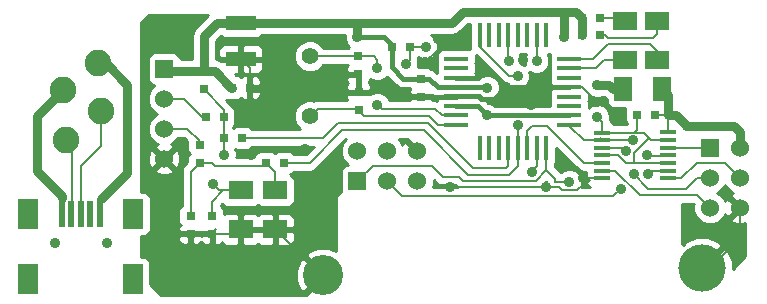
<source format=gtl>
G04 (created by PCBNEW-RS274X (2011-11-27 BZR 3249)-stable) date 26/12/2011 7:02:06 p.m.*
G01*
G70*
G90*
%MOIN*%
G04 Gerber Fmt 3.4, Leading zero omitted, Abs format*
%FSLAX34Y34*%
G04 APERTURE LIST*
%ADD10C,0.006000*%
%ADD11C,0.157500*%
%ADD12C,0.133900*%
%ADD13C,0.088600*%
%ADD14C,0.056000*%
%ADD15R,0.060000X0.060000*%
%ADD16C,0.060000*%
%ADD17C,0.035400*%
%ADD18R,0.065600X0.098400*%
%ADD19R,0.019700X0.090600*%
%ADD20R,0.031500X0.025000*%
%ADD21R,0.080000X0.060000*%
%ADD22R,0.060000X0.080000*%
%ADD23R,0.100000X0.050000*%
%ADD24R,0.055000X0.017000*%
%ADD25R,0.078700X0.017700*%
%ADD26R,0.017700X0.078700*%
%ADD27R,0.025000X0.031500*%
%ADD28C,0.035000*%
%ADD29C,0.008000*%
%ADD30C,0.030000*%
%ADD31C,0.015700*%
%ADD32C,0.010000*%
G04 APERTURE END LIST*
G54D10*
G54D11*
X23478Y-08982D03*
G54D12*
X10828Y-09232D03*
G54D13*
X02166Y-03053D03*
G54D14*
X10398Y-03932D03*
X10398Y-01932D03*
G54D15*
X11978Y-06092D03*
G54D16*
X11978Y-05092D03*
X12978Y-06092D03*
X12978Y-05092D03*
X13978Y-06092D03*
X13978Y-05092D03*
G54D15*
X05538Y-02352D03*
G54D16*
X05538Y-03352D03*
X05538Y-04352D03*
X05538Y-05352D03*
G54D17*
X03622Y-08169D03*
X01890Y-08169D03*
G54D18*
X04488Y-09350D03*
X01004Y-09350D03*
X04508Y-07185D03*
X01004Y-07185D03*
G54D19*
X02756Y-07185D03*
X02441Y-07185D03*
X02126Y-07185D03*
X03071Y-07185D03*
X03386Y-07185D03*
G54D13*
X02264Y-04726D03*
X03445Y-03742D03*
X03347Y-02167D03*
G54D20*
X06418Y-07842D03*
X06418Y-07242D03*
X07138Y-07842D03*
X07138Y-07242D03*
G54D21*
X08088Y-07702D03*
X08088Y-06402D03*
X09238Y-07702D03*
X09238Y-06402D03*
G54D22*
X20838Y-03022D03*
X22138Y-03022D03*
G54D21*
X21968Y-00752D03*
X21968Y-02052D03*
X20908Y-00752D03*
X20908Y-02052D03*
G54D15*
X23728Y-04982D03*
G54D16*
X24728Y-04982D03*
X23728Y-05982D03*
X24728Y-05982D03*
X23728Y-06982D03*
X24728Y-06982D03*
G54D23*
X08098Y-00822D03*
X08098Y-02022D03*
G54D24*
X20128Y-04472D03*
X20128Y-04722D03*
X20128Y-04982D03*
X20128Y-05232D03*
X20128Y-05492D03*
X20128Y-05747D03*
X20128Y-06002D03*
X22328Y-06002D03*
X22328Y-05747D03*
X22328Y-05492D03*
X22328Y-05232D03*
X22328Y-04977D03*
X22328Y-04722D03*
X22328Y-04467D03*
G54D25*
X15282Y-04215D03*
X15282Y-03900D03*
X15282Y-03585D03*
X15282Y-03270D03*
X15282Y-02955D03*
X15282Y-02640D03*
X15282Y-02325D03*
X15282Y-02010D03*
X19048Y-02012D03*
X19048Y-04222D03*
X19048Y-03902D03*
X19048Y-03582D03*
X19048Y-03272D03*
X19048Y-02952D03*
X19048Y-02642D03*
X19048Y-02322D03*
G54D26*
X16066Y-01222D03*
X16380Y-01222D03*
X16696Y-01222D03*
X17010Y-01222D03*
X17326Y-01222D03*
X17640Y-01222D03*
X17956Y-01222D03*
X18270Y-01222D03*
X16068Y-05002D03*
X16378Y-05002D03*
X16698Y-05002D03*
X17008Y-05002D03*
X17318Y-05002D03*
X17638Y-05002D03*
X17958Y-05002D03*
X18278Y-05002D03*
G54D27*
X20078Y-00642D03*
X19478Y-00642D03*
X20078Y-01212D03*
X19478Y-01212D03*
G54D20*
X06718Y-05472D03*
X06718Y-04872D03*
G54D27*
X07538Y-03952D03*
X06938Y-03952D03*
X09518Y-05482D03*
X08918Y-05482D03*
X08138Y-04652D03*
X07538Y-04652D03*
G54D20*
X12018Y-03722D03*
X12018Y-03122D03*
G54D27*
X07798Y-02972D03*
X08398Y-02972D03*
G54D20*
X06858Y-02432D03*
X06858Y-03032D03*
X12008Y-01932D03*
X12008Y-02532D03*
G54D27*
X13118Y-01622D03*
X13718Y-01622D03*
X21288Y-03872D03*
X21888Y-03872D03*
G54D20*
X14098Y-02672D03*
X14098Y-03272D03*
G54D28*
X16308Y-03902D03*
X16308Y-02972D03*
X11978Y-01302D03*
X19976Y-02898D03*
X18878Y-01282D03*
X19978Y-03962D03*
X17958Y-02082D03*
X17318Y-02592D03*
X17328Y-04232D03*
X21638Y-05232D03*
X19048Y-06112D03*
X17788Y-05772D03*
X21668Y-05842D03*
X13588Y-02172D03*
X17018Y-02082D03*
X14268Y-01612D03*
X21178Y-04732D03*
X20758Y-06342D03*
X06558Y-00792D03*
X09788Y-09532D03*
X05528Y-08862D03*
X15078Y-06282D03*
X08088Y-09552D03*
X19488Y-06002D03*
X05518Y-07472D03*
X08088Y-03712D03*
X17758Y-03542D03*
X14248Y-02132D03*
X18258Y-06292D03*
X13528Y-03262D03*
X05658Y-00812D03*
X19978Y-03452D03*
X16928Y-02952D03*
X06178Y-09542D03*
X15598Y-01362D03*
X08088Y-08462D03*
X05408Y-01582D03*
X10937Y-07264D03*
X14658Y-01362D03*
X08425Y-05221D03*
X17488Y-02062D03*
X10236Y-05032D03*
X12638Y-02323D03*
X12638Y-03543D03*
X21188Y-05862D03*
X20928Y-05092D03*
X07528Y-05212D03*
X07168Y-06202D03*
G54D29*
X20928Y-00792D02*
X20928Y-00992D01*
X07113Y-07252D02*
X07238Y-07252D01*
X19478Y-01172D02*
X19478Y-01282D01*
X19478Y-01172D02*
X19478Y-01262D01*
X20898Y-02322D02*
X20928Y-02292D01*
G54D30*
X15118Y-00822D02*
X15498Y-00442D01*
X15498Y-00442D02*
X18868Y-00442D01*
X18868Y-01272D02*
X18878Y-01282D01*
X19278Y-00442D02*
X19478Y-00642D01*
X07238Y-02432D02*
X06858Y-02432D01*
X07798Y-02972D02*
X07778Y-02972D01*
X07778Y-02972D02*
X07238Y-02432D01*
X19478Y-01212D02*
X19478Y-00942D01*
G54D31*
X14098Y-02672D02*
X13486Y-02672D01*
X13486Y-02672D02*
X13118Y-02304D01*
X13118Y-02304D02*
X13118Y-01622D01*
X16291Y-02955D02*
X16308Y-02972D01*
X15282Y-02955D02*
X16291Y-02955D01*
G54D30*
X18868Y-00442D02*
X18868Y-01272D01*
X02126Y-06654D02*
X02126Y-06575D01*
X01299Y-03920D02*
X02166Y-03053D01*
X01299Y-05748D02*
X01299Y-03920D01*
X02126Y-06575D02*
X01299Y-05748D01*
X06858Y-02432D02*
X06858Y-01262D01*
X07298Y-00822D02*
X08098Y-00822D01*
X06858Y-01262D02*
X07298Y-00822D01*
G54D31*
X14368Y-02672D02*
X14651Y-02955D01*
G54D30*
X11978Y-00822D02*
X15118Y-00822D01*
X19976Y-02898D02*
X20362Y-02898D01*
X20362Y-02898D02*
X20486Y-03022D01*
G54D31*
X13118Y-01543D02*
X12877Y-01302D01*
X12877Y-01302D02*
X11978Y-01302D01*
X13118Y-01622D02*
X13118Y-01543D01*
G54D30*
X18868Y-00442D02*
X19278Y-00442D01*
G54D31*
X14098Y-02672D02*
X14368Y-02672D01*
X14651Y-02955D02*
X15282Y-02955D01*
G54D30*
X20486Y-03022D02*
X20838Y-03022D01*
X06858Y-02432D02*
X05618Y-02432D01*
X05618Y-02432D02*
X05538Y-02352D01*
G54D31*
X15991Y-03585D02*
X16308Y-03902D01*
X15282Y-03585D02*
X15991Y-03585D01*
G54D30*
X11978Y-00822D02*
X11978Y-01302D01*
X19478Y-00942D02*
X19478Y-00642D01*
G54D31*
X16308Y-03902D02*
X19048Y-03902D01*
G54D30*
X08098Y-00822D02*
X11978Y-00822D01*
G54D29*
X20888Y-04472D02*
X21216Y-04472D01*
X21216Y-04472D02*
X21528Y-04472D01*
X20718Y-04472D02*
X20888Y-04472D01*
X20128Y-04472D02*
X20718Y-04472D01*
X20928Y-05492D02*
X21208Y-05492D01*
X20128Y-05232D02*
X20668Y-05232D01*
X17958Y-02082D02*
X17956Y-02080D01*
X17956Y-02080D02*
X17956Y-01222D01*
X21208Y-05492D02*
X22328Y-05492D01*
X20128Y-04472D02*
X20128Y-04112D01*
X20128Y-04112D02*
X19978Y-03962D01*
X21208Y-05492D02*
X21208Y-05152D01*
X21708Y-04652D02*
X21778Y-04722D01*
X20668Y-05232D02*
X20928Y-05492D01*
X21208Y-05152D02*
X21708Y-04652D01*
X21288Y-03872D02*
X21288Y-04400D01*
X21778Y-04722D02*
X22328Y-04722D01*
X21528Y-04472D02*
X21708Y-04652D01*
X21288Y-04400D02*
X21216Y-04472D01*
X09518Y-05482D02*
X10398Y-05482D01*
X16066Y-01620D02*
X17038Y-02592D01*
X11478Y-04402D02*
X10398Y-05482D01*
X14198Y-04402D02*
X15668Y-05872D01*
X14198Y-04402D02*
X11478Y-04402D01*
X17318Y-05602D02*
X17318Y-05002D01*
X17328Y-04232D02*
X17318Y-04242D01*
X17318Y-04242D02*
X17318Y-05002D01*
X16066Y-01222D02*
X16066Y-01620D01*
X17038Y-02592D02*
X17318Y-02592D01*
X17048Y-05872D02*
X17318Y-05602D01*
X15668Y-05872D02*
X17048Y-05872D01*
X11338Y-04152D02*
X10838Y-04652D01*
X15828Y-05662D02*
X14318Y-04152D01*
X16928Y-05662D02*
X17008Y-05582D01*
X15828Y-05662D02*
X16928Y-05662D01*
X14318Y-04152D02*
X11338Y-04152D01*
X17008Y-05582D02*
X17008Y-05002D01*
X08138Y-04652D02*
X10838Y-04652D01*
X21738Y-05242D02*
X22318Y-05242D01*
X15508Y-06082D02*
X17918Y-06082D01*
X14818Y-05942D02*
X14458Y-05582D01*
X18278Y-05722D02*
X18278Y-05002D01*
X18578Y-06032D02*
X18278Y-05732D01*
X14458Y-05582D02*
X12488Y-05582D01*
X21638Y-05232D02*
X21738Y-05242D01*
X17918Y-06082D02*
X18278Y-05722D01*
X14818Y-05942D02*
X15368Y-05942D01*
X15368Y-05942D02*
X15508Y-06082D01*
X18578Y-06112D02*
X18578Y-06032D01*
X22328Y-05232D02*
X22318Y-05242D01*
X18278Y-05732D02*
X18278Y-05722D01*
X18578Y-06112D02*
X19048Y-06112D01*
X11978Y-06092D02*
X12488Y-05582D01*
X21763Y-05747D02*
X21668Y-05842D01*
X22328Y-05747D02*
X21763Y-05747D01*
X17958Y-05602D02*
X17958Y-05002D01*
X17788Y-05772D02*
X17958Y-05602D01*
X14258Y-01622D02*
X13718Y-01622D01*
X13718Y-02042D02*
X13718Y-01622D01*
X14258Y-01622D02*
X14268Y-01612D01*
X17010Y-01222D02*
X17010Y-02074D01*
X13588Y-02172D02*
X13718Y-02042D01*
X17018Y-02082D02*
X17010Y-02074D01*
X18298Y-04252D02*
X19538Y-05492D01*
X17638Y-05002D02*
X17638Y-04412D01*
X17638Y-04412D02*
X17798Y-04252D01*
X19538Y-05492D02*
X20128Y-05492D01*
X17798Y-04252D02*
X18298Y-04252D01*
X20508Y-06592D02*
X20758Y-06342D01*
X12978Y-06092D02*
X13478Y-06592D01*
X20508Y-06592D02*
X13478Y-06592D01*
X19048Y-04222D02*
X19048Y-04252D01*
X21168Y-04722D02*
X20128Y-04722D01*
X20077Y-04671D02*
X20128Y-04722D01*
X21168Y-04722D02*
X21178Y-04732D01*
X19048Y-04252D02*
X19518Y-04722D01*
X19518Y-04722D02*
X20128Y-04722D01*
X07948Y-07842D02*
X08088Y-07702D01*
X13528Y-03272D02*
X13068Y-03272D01*
X08088Y-07702D02*
X08088Y-08462D01*
X06418Y-07842D02*
X05908Y-07842D01*
G54D30*
X04291Y-05827D02*
X03425Y-06693D01*
G54D29*
X08088Y-07702D02*
X09238Y-07702D01*
X09428Y-07702D02*
X09238Y-07702D01*
X19478Y-02952D02*
X19048Y-02952D01*
X18688Y-06292D02*
X18798Y-06402D01*
X19308Y-06402D02*
X19488Y-06222D01*
X10768Y-09232D02*
X09238Y-07702D01*
X12018Y-03122D02*
X08548Y-03122D01*
G54D30*
X03584Y-02167D02*
X04291Y-02874D01*
G54D29*
X13068Y-03272D02*
X12918Y-03122D01*
X14098Y-03272D02*
X13528Y-03272D01*
G54D31*
X14448Y-03272D02*
X15280Y-03272D01*
X14098Y-03272D02*
X14448Y-03272D01*
X15280Y-03272D02*
X15282Y-03270D01*
X19048Y-02952D02*
X16928Y-02952D01*
G54D29*
X06178Y-09542D02*
X05528Y-08892D01*
X23478Y-08982D02*
X23718Y-08982D01*
X08108Y-09532D02*
X09788Y-09532D01*
X08088Y-07702D02*
X07938Y-07852D01*
X08088Y-03712D02*
X08338Y-03462D01*
X08338Y-03462D02*
X08338Y-03032D01*
X19488Y-06222D02*
X19488Y-06002D01*
X07138Y-07842D02*
X07948Y-07842D01*
X05518Y-07472D02*
X05488Y-07442D01*
X14658Y-01722D02*
X14658Y-01362D01*
X06418Y-07842D02*
X07138Y-07842D01*
X12918Y-03122D02*
X12018Y-03122D01*
X11998Y-02542D02*
X12008Y-02532D01*
X05488Y-07442D02*
X05488Y-07422D01*
X08088Y-09552D02*
X08108Y-09532D01*
X14248Y-02132D02*
X14658Y-01722D01*
X05408Y-01582D02*
X05658Y-01332D01*
X19488Y-06002D02*
X20128Y-06002D01*
X10828Y-09232D02*
X10768Y-09232D01*
X05908Y-07842D02*
X05538Y-07472D01*
X12018Y-03122D02*
X12018Y-02542D01*
G54D31*
X15282Y-02640D02*
X15984Y-02640D01*
G54D29*
X16918Y-02962D02*
X16918Y-02942D01*
X16928Y-02952D02*
X16918Y-02942D01*
G54D31*
X16026Y-03270D02*
X16102Y-03346D01*
X16102Y-03346D02*
X16534Y-03346D01*
X16534Y-03346D02*
X16928Y-02952D01*
X15282Y-03270D02*
X16026Y-03270D01*
X15984Y-02640D02*
X16104Y-02520D01*
X16104Y-02520D02*
X16496Y-02520D01*
X16496Y-02520D02*
X16928Y-02952D01*
G54D29*
X08398Y-02322D02*
X08098Y-02022D01*
G54D30*
X03347Y-02167D02*
X03584Y-02167D01*
G54D29*
X18798Y-06402D02*
X19308Y-06402D01*
X10499Y-07702D02*
X10937Y-07264D01*
X19478Y-02952D02*
X19978Y-03452D01*
X05658Y-01332D02*
X05658Y-00812D01*
X18258Y-06292D02*
X15088Y-06292D01*
X07138Y-07842D02*
X07278Y-07702D01*
X09238Y-07702D02*
X10499Y-07702D01*
X08338Y-03032D02*
X08398Y-02972D01*
X08693Y-04953D02*
X08425Y-05221D01*
X24728Y-07972D02*
X24728Y-06982D01*
X08398Y-02972D02*
X08398Y-02322D01*
X08548Y-03122D02*
X08398Y-02972D01*
G54D30*
X04291Y-02874D02*
X04291Y-05827D01*
G54D29*
X12018Y-02542D02*
X12008Y-02532D01*
X23718Y-08982D02*
X24728Y-07972D01*
X15088Y-06292D02*
X15078Y-06282D01*
X13528Y-03262D02*
X13528Y-03272D01*
X18258Y-06292D02*
X18238Y-06272D01*
X10157Y-04953D02*
X08693Y-04953D01*
X05528Y-08892D02*
X05528Y-08862D01*
X10236Y-05032D02*
X10157Y-04953D01*
X18258Y-06292D02*
X18688Y-06292D01*
X19828Y-02022D02*
X19058Y-02022D01*
X19058Y-02022D02*
X19048Y-02012D01*
X20338Y-01512D02*
X19828Y-02022D01*
X20338Y-01512D02*
X21728Y-01512D01*
X21728Y-01512D02*
X21968Y-01752D01*
X21968Y-02052D02*
X21968Y-01752D01*
X12028Y-01952D02*
X12008Y-01932D01*
X10398Y-01932D02*
X12008Y-01932D01*
X12522Y-01932D02*
X12008Y-01932D01*
X12638Y-02048D02*
X12638Y-02323D01*
X12522Y-01932D02*
X12638Y-02048D01*
X14578Y-03692D02*
X12787Y-03692D01*
X14786Y-03900D02*
X14578Y-03692D01*
X15282Y-03900D02*
X14786Y-03900D01*
X12787Y-03692D02*
X12638Y-03543D01*
X14358Y-03912D02*
X12208Y-03912D01*
X14661Y-04215D02*
X14358Y-03912D01*
X12208Y-03912D02*
X12018Y-03722D01*
X11968Y-03672D02*
X12018Y-03722D01*
X15282Y-04215D02*
X14661Y-04215D01*
X10398Y-03932D02*
X10658Y-03672D01*
X10658Y-03672D02*
X11968Y-03672D01*
X06188Y-03352D02*
X05538Y-03352D01*
X06788Y-03952D02*
X06188Y-03352D01*
X06938Y-03952D02*
X06788Y-03952D01*
X02461Y-04923D02*
X02264Y-04726D01*
X02461Y-07089D02*
X02461Y-04923D01*
X02776Y-07089D02*
X02776Y-05592D01*
X03445Y-04923D02*
X03445Y-03742D01*
X02776Y-05592D02*
X03445Y-04923D01*
X06718Y-04762D02*
X06308Y-04352D01*
X06308Y-04352D02*
X05538Y-04352D01*
X06718Y-04872D02*
X06718Y-04762D01*
X21388Y-06562D02*
X20573Y-05747D01*
X23728Y-06982D02*
X23308Y-06562D01*
X23308Y-06562D02*
X21388Y-06562D01*
X20573Y-05747D02*
X20128Y-05747D01*
X22328Y-06002D02*
X22768Y-06002D01*
X24228Y-05482D02*
X24728Y-05982D01*
X22768Y-06002D02*
X23288Y-05482D01*
X23288Y-05482D02*
X24228Y-05482D01*
X23723Y-04977D02*
X23728Y-04982D01*
X22328Y-04977D02*
X23723Y-04977D01*
X20818Y-04982D02*
X20128Y-04982D01*
X22938Y-06352D02*
X21678Y-06352D01*
X23308Y-05982D02*
X22938Y-06352D01*
X21678Y-06352D02*
X21188Y-05862D01*
X23728Y-05982D02*
X23308Y-05982D01*
X20818Y-04982D02*
X20928Y-05092D01*
X06418Y-05772D02*
X06718Y-05472D01*
X06418Y-07242D02*
X06418Y-05772D01*
X09238Y-05802D02*
X08918Y-05482D01*
X09238Y-06402D02*
X09238Y-05802D01*
X07128Y-05472D02*
X07248Y-05592D01*
X06718Y-05472D02*
X07128Y-05472D01*
X07248Y-05592D02*
X08808Y-05592D01*
X08808Y-05592D02*
X08918Y-05482D01*
X07538Y-04652D02*
X07538Y-05202D01*
X07538Y-05202D02*
X07528Y-05212D01*
X07138Y-07242D02*
X07138Y-06772D01*
X07508Y-06402D02*
X08088Y-06402D01*
X07138Y-06772D02*
X07508Y-06402D01*
X07538Y-03952D02*
X07538Y-03712D01*
X07538Y-03712D02*
X06858Y-03032D01*
X07368Y-06402D02*
X08088Y-06402D01*
X07168Y-06202D02*
X07368Y-06402D01*
X07538Y-04652D02*
X07538Y-03952D01*
X20248Y-01212D02*
X20348Y-01312D01*
X20348Y-01312D02*
X21838Y-01312D01*
X21838Y-01312D02*
X21968Y-01182D01*
X21968Y-01182D02*
X21968Y-00752D01*
X20078Y-01212D02*
X20248Y-01212D01*
X20798Y-00642D02*
X20908Y-00752D01*
X20078Y-00642D02*
X20798Y-00642D01*
X19048Y-02322D02*
X19938Y-02322D01*
X20208Y-02052D02*
X20908Y-02052D01*
X19938Y-02322D02*
X20208Y-02052D01*
G54D30*
X22338Y-03872D02*
X22338Y-03222D01*
X22338Y-03222D02*
X22138Y-03022D01*
G54D29*
X21888Y-03872D02*
X22338Y-03872D01*
X22338Y-03872D02*
X22328Y-03882D01*
X22328Y-03882D02*
X22338Y-03872D01*
G54D30*
X24528Y-04242D02*
X24728Y-04442D01*
X24728Y-04442D02*
X24728Y-04982D01*
X22938Y-04242D02*
X24528Y-04242D01*
G54D29*
X22928Y-04242D02*
X22938Y-04242D01*
G54D30*
X22938Y-04212D02*
X22598Y-03872D01*
X22598Y-03872D02*
X22338Y-03872D01*
X22938Y-04242D02*
X22938Y-04212D01*
G54D29*
X22328Y-03882D02*
X22338Y-03872D01*
X22328Y-04467D02*
X22328Y-03882D01*
G54D10*
G36*
X10528Y-04942D02*
X10278Y-05192D01*
X09857Y-05192D01*
X09854Y-05184D01*
X09784Y-05114D01*
X09693Y-05076D01*
X09594Y-05076D01*
X09344Y-05076D01*
X09252Y-05114D01*
X09218Y-05148D01*
X09184Y-05114D01*
X09093Y-05076D01*
X08994Y-05076D01*
X08744Y-05076D01*
X08652Y-05114D01*
X08582Y-05184D01*
X08544Y-05275D01*
X08544Y-05302D01*
X07950Y-05302D01*
X07953Y-05297D01*
X07953Y-05128D01*
X07916Y-05038D01*
X07963Y-05058D01*
X08062Y-05058D01*
X08312Y-05058D01*
X08404Y-05020D01*
X08474Y-04950D01*
X08477Y-04942D01*
X10528Y-04942D01*
X10528Y-04942D01*
G37*
G54D32*
X10528Y-04942D02*
X10278Y-05192D01*
X09857Y-05192D01*
X09854Y-05184D01*
X09784Y-05114D01*
X09693Y-05076D01*
X09594Y-05076D01*
X09344Y-05076D01*
X09252Y-05114D01*
X09218Y-05148D01*
X09184Y-05114D01*
X09093Y-05076D01*
X08994Y-05076D01*
X08744Y-05076D01*
X08652Y-05114D01*
X08582Y-05184D01*
X08544Y-05275D01*
X08544Y-05302D01*
X07950Y-05302D01*
X07953Y-05297D01*
X07953Y-05128D01*
X07916Y-05038D01*
X07963Y-05058D01*
X08062Y-05058D01*
X08312Y-05058D01*
X08404Y-05020D01*
X08474Y-04950D01*
X08477Y-04942D01*
X10528Y-04942D01*
G54D10*
G36*
X11653Y-05543D02*
X11629Y-05543D01*
X11537Y-05581D01*
X11467Y-05651D01*
X11429Y-05742D01*
X11429Y-05841D01*
X11429Y-06441D01*
X11436Y-06459D01*
X11348Y-06518D01*
X11278Y-06624D01*
X11253Y-06748D01*
X11253Y-08431D01*
X10993Y-08328D01*
X10635Y-08333D01*
X10329Y-08461D01*
X10259Y-08592D01*
X10793Y-09126D01*
X10828Y-09161D01*
X10899Y-09232D01*
X10828Y-09303D01*
X10793Y-09338D01*
X10757Y-09374D01*
X10757Y-09232D01*
X10188Y-08663D01*
X10057Y-08733D01*
X09924Y-09067D01*
X09929Y-09425D01*
X10057Y-09731D01*
X10188Y-09801D01*
X10757Y-09232D01*
X10757Y-09374D01*
X10259Y-09872D01*
X10272Y-09897D01*
X09888Y-09897D01*
X09888Y-07814D01*
X09888Y-07590D01*
X09887Y-07353D01*
X09849Y-07261D01*
X09779Y-07191D01*
X09688Y-07153D01*
X09589Y-07153D01*
X09350Y-07152D01*
X09288Y-07214D01*
X09288Y-07652D01*
X09826Y-07652D01*
X09888Y-07590D01*
X09888Y-07814D01*
X09826Y-07752D01*
X09288Y-07752D01*
X09288Y-08190D01*
X09350Y-08252D01*
X09589Y-08251D01*
X09688Y-08251D01*
X09779Y-08213D01*
X09849Y-08143D01*
X09887Y-08051D01*
X09888Y-07814D01*
X09888Y-09897D01*
X09188Y-09897D01*
X09188Y-08190D01*
X09188Y-07752D01*
X09188Y-07652D01*
X09188Y-07214D01*
X09126Y-07152D01*
X08887Y-07153D01*
X08788Y-07153D01*
X08697Y-07191D01*
X08663Y-07225D01*
X08629Y-07191D01*
X08538Y-07153D01*
X08439Y-07153D01*
X08200Y-07152D01*
X08138Y-07214D01*
X08138Y-07652D01*
X08650Y-07652D01*
X08676Y-07652D01*
X09188Y-07652D01*
X09188Y-07752D01*
X08676Y-07752D01*
X08650Y-07752D01*
X08138Y-07752D01*
X08138Y-08190D01*
X08200Y-08252D01*
X08439Y-08251D01*
X08538Y-08251D01*
X08629Y-08213D01*
X08663Y-08179D01*
X08697Y-08213D01*
X08788Y-08251D01*
X08887Y-08251D01*
X09126Y-08252D01*
X09188Y-08190D01*
X09188Y-09897D01*
X07088Y-09897D01*
X07088Y-08155D01*
X07088Y-07892D01*
X06793Y-07892D01*
X06778Y-07907D01*
X06763Y-07892D01*
X06468Y-07892D01*
X06468Y-08155D01*
X06529Y-08216D01*
X06625Y-08216D01*
X06716Y-08178D01*
X06778Y-08116D01*
X06840Y-08178D01*
X06931Y-08216D01*
X07027Y-08216D01*
X07088Y-08155D01*
X07088Y-09897D01*
X06368Y-09897D01*
X06368Y-08155D01*
X06368Y-07892D01*
X06073Y-07892D01*
X06011Y-07954D01*
X06012Y-08016D01*
X06050Y-08108D01*
X06120Y-08178D01*
X06211Y-08216D01*
X06307Y-08216D01*
X06368Y-08155D01*
X06368Y-09897D01*
X05846Y-09897D01*
X05846Y-05730D01*
X05538Y-05423D01*
X05467Y-05493D01*
X05467Y-05352D01*
X05160Y-05044D01*
X05066Y-05071D01*
X04995Y-05273D01*
X05006Y-05486D01*
X05066Y-05633D01*
X05160Y-05660D01*
X05467Y-05352D01*
X05467Y-05493D01*
X05230Y-05730D01*
X05257Y-05824D01*
X05459Y-05895D01*
X05672Y-05884D01*
X05819Y-05824D01*
X05846Y-05730D01*
X05846Y-09897D01*
X05448Y-09897D01*
X05065Y-09513D01*
X05065Y-08809D01*
X05027Y-08717D01*
X04957Y-08647D01*
X04866Y-08609D01*
X04778Y-08609D01*
X04778Y-07926D01*
X04885Y-07926D01*
X04977Y-07888D01*
X05047Y-07818D01*
X05085Y-07727D01*
X05085Y-07628D01*
X05085Y-06644D01*
X05047Y-06552D01*
X04977Y-06482D01*
X04886Y-06444D01*
X04787Y-06444D01*
X04778Y-06444D01*
X04778Y-00775D01*
X04836Y-00745D01*
X05038Y-00557D01*
X06997Y-00557D01*
X06575Y-00979D01*
X06488Y-01109D01*
X06458Y-01262D01*
X06458Y-02032D01*
X06087Y-02032D01*
X06087Y-02003D01*
X06049Y-01911D01*
X05979Y-01841D01*
X05888Y-01803D01*
X05789Y-01803D01*
X05189Y-01803D01*
X05097Y-01841D01*
X05027Y-01911D01*
X04989Y-02002D01*
X04989Y-02101D01*
X04989Y-02701D01*
X05027Y-02793D01*
X05097Y-02863D01*
X05188Y-02901D01*
X05213Y-02901D01*
X05073Y-03041D01*
X04989Y-03243D01*
X04989Y-03461D01*
X05073Y-03663D01*
X05227Y-03817D01*
X05311Y-03852D01*
X05227Y-03887D01*
X05073Y-04041D01*
X04989Y-04243D01*
X04989Y-04461D01*
X05073Y-04663D01*
X05227Y-04817D01*
X05318Y-04854D01*
X05257Y-04880D01*
X05230Y-04974D01*
X05538Y-05281D01*
X05846Y-04974D01*
X05819Y-04880D01*
X05753Y-04856D01*
X05849Y-04817D01*
X06003Y-04663D01*
X06011Y-04642D01*
X06188Y-04642D01*
X06312Y-04766D01*
X06312Y-04796D01*
X06312Y-05046D01*
X06350Y-05138D01*
X06384Y-05172D01*
X06350Y-05206D01*
X06312Y-05297D01*
X06312Y-05396D01*
X06312Y-05468D01*
X06213Y-05567D01*
X06150Y-05661D01*
X06128Y-05772D01*
X06128Y-06902D01*
X06120Y-06906D01*
X06081Y-06945D01*
X06081Y-05431D01*
X06070Y-05218D01*
X06010Y-05071D01*
X05916Y-05044D01*
X05609Y-05352D01*
X05916Y-05660D01*
X06010Y-05633D01*
X06081Y-05431D01*
X06081Y-06945D01*
X06050Y-06976D01*
X06012Y-07067D01*
X06012Y-07166D01*
X06012Y-07416D01*
X06050Y-07508D01*
X06084Y-07542D01*
X06050Y-07576D01*
X06012Y-07668D01*
X06011Y-07730D01*
X06073Y-07792D01*
X06318Y-07792D01*
X06368Y-07792D01*
X06468Y-07792D01*
X06518Y-07792D01*
X06763Y-07792D01*
X06778Y-07777D01*
X06793Y-07792D01*
X07038Y-07792D01*
X07088Y-07792D01*
X07188Y-07792D01*
X07188Y-07892D01*
X07188Y-07942D01*
X07188Y-08155D01*
X07249Y-08216D01*
X07345Y-08216D01*
X07436Y-08178D01*
X07475Y-08138D01*
X07477Y-08143D01*
X07547Y-08213D01*
X07638Y-08251D01*
X07737Y-08251D01*
X07976Y-08252D01*
X08038Y-08190D01*
X08038Y-07802D01*
X08038Y-07752D01*
X08038Y-07652D01*
X08038Y-07602D01*
X08038Y-07214D01*
X07976Y-07152D01*
X07737Y-07153D01*
X07638Y-07153D01*
X07547Y-07191D01*
X07544Y-07194D01*
X07544Y-07068D01*
X07506Y-06976D01*
X07436Y-06906D01*
X07428Y-06902D01*
X07428Y-06892D01*
X07477Y-06843D01*
X07547Y-06913D01*
X07638Y-06951D01*
X07737Y-06951D01*
X08537Y-06951D01*
X08629Y-06913D01*
X08663Y-06879D01*
X08697Y-06913D01*
X08788Y-06951D01*
X08887Y-06951D01*
X09687Y-06951D01*
X09779Y-06913D01*
X09849Y-06843D01*
X09887Y-06752D01*
X09887Y-06653D01*
X09887Y-06053D01*
X09849Y-05961D01*
X09779Y-05891D01*
X09732Y-05871D01*
X09784Y-05850D01*
X09854Y-05780D01*
X09857Y-05772D01*
X10398Y-05772D01*
X10509Y-05750D01*
X10603Y-05687D01*
X11598Y-04692D01*
X11602Y-04692D01*
X11513Y-04781D01*
X11429Y-04983D01*
X11429Y-05201D01*
X11513Y-05403D01*
X11653Y-05543D01*
X11653Y-05543D01*
G37*
G54D32*
X11653Y-05543D02*
X11629Y-05543D01*
X11537Y-05581D01*
X11467Y-05651D01*
X11429Y-05742D01*
X11429Y-05841D01*
X11429Y-06441D01*
X11436Y-06459D01*
X11348Y-06518D01*
X11278Y-06624D01*
X11253Y-06748D01*
X11253Y-08431D01*
X10993Y-08328D01*
X10635Y-08333D01*
X10329Y-08461D01*
X10259Y-08592D01*
X10793Y-09126D01*
X10828Y-09161D01*
X10899Y-09232D01*
X10828Y-09303D01*
X10793Y-09338D01*
X10757Y-09374D01*
X10757Y-09232D01*
X10188Y-08663D01*
X10057Y-08733D01*
X09924Y-09067D01*
X09929Y-09425D01*
X10057Y-09731D01*
X10188Y-09801D01*
X10757Y-09232D01*
X10757Y-09374D01*
X10259Y-09872D01*
X10272Y-09897D01*
X09888Y-09897D01*
X09888Y-07814D01*
X09888Y-07590D01*
X09887Y-07353D01*
X09849Y-07261D01*
X09779Y-07191D01*
X09688Y-07153D01*
X09589Y-07153D01*
X09350Y-07152D01*
X09288Y-07214D01*
X09288Y-07652D01*
X09826Y-07652D01*
X09888Y-07590D01*
X09888Y-07814D01*
X09826Y-07752D01*
X09288Y-07752D01*
X09288Y-08190D01*
X09350Y-08252D01*
X09589Y-08251D01*
X09688Y-08251D01*
X09779Y-08213D01*
X09849Y-08143D01*
X09887Y-08051D01*
X09888Y-07814D01*
X09888Y-09897D01*
X09188Y-09897D01*
X09188Y-08190D01*
X09188Y-07752D01*
X09188Y-07652D01*
X09188Y-07214D01*
X09126Y-07152D01*
X08887Y-07153D01*
X08788Y-07153D01*
X08697Y-07191D01*
X08663Y-07225D01*
X08629Y-07191D01*
X08538Y-07153D01*
X08439Y-07153D01*
X08200Y-07152D01*
X08138Y-07214D01*
X08138Y-07652D01*
X08650Y-07652D01*
X08676Y-07652D01*
X09188Y-07652D01*
X09188Y-07752D01*
X08676Y-07752D01*
X08650Y-07752D01*
X08138Y-07752D01*
X08138Y-08190D01*
X08200Y-08252D01*
X08439Y-08251D01*
X08538Y-08251D01*
X08629Y-08213D01*
X08663Y-08179D01*
X08697Y-08213D01*
X08788Y-08251D01*
X08887Y-08251D01*
X09126Y-08252D01*
X09188Y-08190D01*
X09188Y-09897D01*
X07088Y-09897D01*
X07088Y-08155D01*
X07088Y-07892D01*
X06793Y-07892D01*
X06778Y-07907D01*
X06763Y-07892D01*
X06468Y-07892D01*
X06468Y-08155D01*
X06529Y-08216D01*
X06625Y-08216D01*
X06716Y-08178D01*
X06778Y-08116D01*
X06840Y-08178D01*
X06931Y-08216D01*
X07027Y-08216D01*
X07088Y-08155D01*
X07088Y-09897D01*
X06368Y-09897D01*
X06368Y-08155D01*
X06368Y-07892D01*
X06073Y-07892D01*
X06011Y-07954D01*
X06012Y-08016D01*
X06050Y-08108D01*
X06120Y-08178D01*
X06211Y-08216D01*
X06307Y-08216D01*
X06368Y-08155D01*
X06368Y-09897D01*
X05846Y-09897D01*
X05846Y-05730D01*
X05538Y-05423D01*
X05467Y-05493D01*
X05467Y-05352D01*
X05160Y-05044D01*
X05066Y-05071D01*
X04995Y-05273D01*
X05006Y-05486D01*
X05066Y-05633D01*
X05160Y-05660D01*
X05467Y-05352D01*
X05467Y-05493D01*
X05230Y-05730D01*
X05257Y-05824D01*
X05459Y-05895D01*
X05672Y-05884D01*
X05819Y-05824D01*
X05846Y-05730D01*
X05846Y-09897D01*
X05448Y-09897D01*
X05065Y-09513D01*
X05065Y-08809D01*
X05027Y-08717D01*
X04957Y-08647D01*
X04866Y-08609D01*
X04778Y-08609D01*
X04778Y-07926D01*
X04885Y-07926D01*
X04977Y-07888D01*
X05047Y-07818D01*
X05085Y-07727D01*
X05085Y-07628D01*
X05085Y-06644D01*
X05047Y-06552D01*
X04977Y-06482D01*
X04886Y-06444D01*
X04787Y-06444D01*
X04778Y-06444D01*
X04778Y-00775D01*
X04836Y-00745D01*
X05038Y-00557D01*
X06997Y-00557D01*
X06575Y-00979D01*
X06488Y-01109D01*
X06458Y-01262D01*
X06458Y-02032D01*
X06087Y-02032D01*
X06087Y-02003D01*
X06049Y-01911D01*
X05979Y-01841D01*
X05888Y-01803D01*
X05789Y-01803D01*
X05189Y-01803D01*
X05097Y-01841D01*
X05027Y-01911D01*
X04989Y-02002D01*
X04989Y-02101D01*
X04989Y-02701D01*
X05027Y-02793D01*
X05097Y-02863D01*
X05188Y-02901D01*
X05213Y-02901D01*
X05073Y-03041D01*
X04989Y-03243D01*
X04989Y-03461D01*
X05073Y-03663D01*
X05227Y-03817D01*
X05311Y-03852D01*
X05227Y-03887D01*
X05073Y-04041D01*
X04989Y-04243D01*
X04989Y-04461D01*
X05073Y-04663D01*
X05227Y-04817D01*
X05318Y-04854D01*
X05257Y-04880D01*
X05230Y-04974D01*
X05538Y-05281D01*
X05846Y-04974D01*
X05819Y-04880D01*
X05753Y-04856D01*
X05849Y-04817D01*
X06003Y-04663D01*
X06011Y-04642D01*
X06188Y-04642D01*
X06312Y-04766D01*
X06312Y-04796D01*
X06312Y-05046D01*
X06350Y-05138D01*
X06384Y-05172D01*
X06350Y-05206D01*
X06312Y-05297D01*
X06312Y-05396D01*
X06312Y-05468D01*
X06213Y-05567D01*
X06150Y-05661D01*
X06128Y-05772D01*
X06128Y-06902D01*
X06120Y-06906D01*
X06081Y-06945D01*
X06081Y-05431D01*
X06070Y-05218D01*
X06010Y-05071D01*
X05916Y-05044D01*
X05609Y-05352D01*
X05916Y-05660D01*
X06010Y-05633D01*
X06081Y-05431D01*
X06081Y-06945D01*
X06050Y-06976D01*
X06012Y-07067D01*
X06012Y-07166D01*
X06012Y-07416D01*
X06050Y-07508D01*
X06084Y-07542D01*
X06050Y-07576D01*
X06012Y-07668D01*
X06011Y-07730D01*
X06073Y-07792D01*
X06318Y-07792D01*
X06368Y-07792D01*
X06468Y-07792D01*
X06518Y-07792D01*
X06763Y-07792D01*
X06778Y-07777D01*
X06793Y-07792D01*
X07038Y-07792D01*
X07088Y-07792D01*
X07188Y-07792D01*
X07188Y-07892D01*
X07188Y-07942D01*
X07188Y-08155D01*
X07249Y-08216D01*
X07345Y-08216D01*
X07436Y-08178D01*
X07475Y-08138D01*
X07477Y-08143D01*
X07547Y-08213D01*
X07638Y-08251D01*
X07737Y-08251D01*
X07976Y-08252D01*
X08038Y-08190D01*
X08038Y-07802D01*
X08038Y-07752D01*
X08038Y-07652D01*
X08038Y-07602D01*
X08038Y-07214D01*
X07976Y-07152D01*
X07737Y-07153D01*
X07638Y-07153D01*
X07547Y-07191D01*
X07544Y-07194D01*
X07544Y-07068D01*
X07506Y-06976D01*
X07436Y-06906D01*
X07428Y-06902D01*
X07428Y-06892D01*
X07477Y-06843D01*
X07547Y-06913D01*
X07638Y-06951D01*
X07737Y-06951D01*
X08537Y-06951D01*
X08629Y-06913D01*
X08663Y-06879D01*
X08697Y-06913D01*
X08788Y-06951D01*
X08887Y-06951D01*
X09687Y-06951D01*
X09779Y-06913D01*
X09849Y-06843D01*
X09887Y-06752D01*
X09887Y-06653D01*
X09887Y-06053D01*
X09849Y-05961D01*
X09779Y-05891D01*
X09732Y-05871D01*
X09784Y-05850D01*
X09854Y-05780D01*
X09857Y-05772D01*
X10398Y-05772D01*
X10509Y-05750D01*
X10603Y-05687D01*
X11598Y-04692D01*
X11602Y-04692D01*
X11513Y-04781D01*
X11429Y-04983D01*
X11429Y-05201D01*
X11513Y-05403D01*
X11653Y-05543D01*
G54D10*
G36*
X14049Y-05092D02*
X13978Y-05163D01*
X13907Y-05092D01*
X13872Y-05057D01*
X13600Y-04784D01*
X13506Y-04811D01*
X13482Y-04876D01*
X13443Y-04781D01*
X13354Y-04692D01*
X13676Y-04692D01*
X13670Y-04714D01*
X13943Y-04986D01*
X13978Y-05021D01*
X14049Y-05092D01*
X14049Y-05092D01*
G37*
G54D32*
X14049Y-05092D02*
X13978Y-05163D01*
X13907Y-05092D01*
X13872Y-05057D01*
X13600Y-04784D01*
X13506Y-04811D01*
X13482Y-04876D01*
X13443Y-04781D01*
X13354Y-04692D01*
X13676Y-04692D01*
X13670Y-04714D01*
X13943Y-04986D01*
X13978Y-05021D01*
X14049Y-05092D01*
G54D10*
G36*
X14645Y-03370D02*
X14640Y-03375D01*
X14640Y-03408D01*
X14642Y-03414D01*
X14578Y-03402D01*
X14504Y-03402D01*
X14505Y-03384D01*
X14443Y-03322D01*
X14198Y-03322D01*
X14148Y-03322D01*
X14048Y-03322D01*
X13998Y-03322D01*
X13753Y-03322D01*
X13691Y-03384D01*
X13691Y-03402D01*
X13039Y-03402D01*
X12999Y-03303D01*
X12879Y-03183D01*
X12723Y-03118D01*
X12554Y-03118D01*
X12398Y-03182D01*
X12385Y-03194D01*
X12363Y-03172D01*
X12118Y-03172D01*
X12068Y-03172D01*
X11968Y-03172D01*
X11968Y-03072D01*
X11968Y-02809D01*
X11958Y-02799D01*
X11958Y-02582D01*
X11663Y-02582D01*
X11601Y-02644D01*
X11602Y-02706D01*
X11640Y-02798D01*
X11674Y-02832D01*
X11650Y-02856D01*
X11612Y-02948D01*
X11611Y-03010D01*
X11673Y-03072D01*
X11968Y-03072D01*
X11968Y-03172D01*
X11918Y-03172D01*
X11673Y-03172D01*
X11611Y-03234D01*
X11612Y-03296D01*
X11647Y-03382D01*
X10658Y-03382D01*
X10564Y-03400D01*
X10546Y-03404D01*
X10532Y-03413D01*
X10531Y-03413D01*
X10504Y-03402D01*
X10293Y-03402D01*
X10098Y-03483D01*
X09949Y-03631D01*
X09868Y-03826D01*
X09868Y-04037D01*
X09949Y-04232D01*
X10078Y-04362D01*
X08848Y-04362D01*
X08848Y-02134D01*
X08848Y-01910D01*
X08847Y-01723D01*
X08809Y-01631D01*
X08739Y-01561D01*
X08648Y-01523D01*
X08549Y-01523D01*
X08210Y-01522D01*
X08148Y-01584D01*
X08148Y-01972D01*
X08786Y-01972D01*
X08848Y-01910D01*
X08848Y-02134D01*
X08786Y-02072D01*
X08148Y-02072D01*
X08148Y-02460D01*
X08210Y-02522D01*
X08549Y-02521D01*
X08648Y-02521D01*
X08739Y-02483D01*
X08809Y-02413D01*
X08847Y-02321D01*
X08848Y-02134D01*
X08848Y-04362D01*
X08772Y-04362D01*
X08772Y-03179D01*
X08772Y-03083D01*
X08772Y-02861D01*
X08772Y-02765D01*
X08734Y-02674D01*
X08664Y-02604D01*
X08572Y-02566D01*
X08510Y-02565D01*
X08448Y-02627D01*
X08448Y-02922D01*
X08711Y-02922D01*
X08772Y-02861D01*
X08772Y-03083D01*
X08711Y-03022D01*
X08448Y-03022D01*
X08448Y-03317D01*
X08510Y-03379D01*
X08572Y-03378D01*
X08664Y-03340D01*
X08734Y-03270D01*
X08772Y-03179D01*
X08772Y-04362D01*
X08477Y-04362D01*
X08474Y-04354D01*
X08404Y-04284D01*
X08313Y-04246D01*
X08214Y-04246D01*
X07964Y-04246D01*
X07872Y-04284D01*
X07838Y-04318D01*
X07828Y-04308D01*
X07828Y-04296D01*
X07874Y-04250D01*
X07912Y-04159D01*
X07912Y-04060D01*
X07912Y-03746D01*
X07874Y-03654D01*
X07804Y-03584D01*
X07791Y-03578D01*
X07790Y-03578D01*
X07743Y-03507D01*
X07743Y-03506D01*
X07608Y-03372D01*
X07623Y-03378D01*
X07722Y-03378D01*
X07972Y-03378D01*
X08064Y-03340D01*
X08098Y-03306D01*
X08132Y-03340D01*
X08224Y-03378D01*
X08286Y-03379D01*
X08348Y-03317D01*
X08348Y-03072D01*
X08348Y-03022D01*
X08348Y-02922D01*
X08348Y-02872D01*
X08348Y-02627D01*
X08286Y-02565D01*
X08224Y-02566D01*
X08132Y-02604D01*
X08098Y-02638D01*
X08064Y-02604D01*
X07973Y-02566D01*
X07937Y-02566D01*
X07893Y-02521D01*
X07986Y-02522D01*
X08048Y-02460D01*
X08048Y-02072D01*
X08048Y-01972D01*
X08048Y-01584D01*
X07986Y-01522D01*
X07647Y-01523D01*
X07548Y-01523D01*
X07457Y-01561D01*
X07387Y-01631D01*
X07349Y-01723D01*
X07348Y-01910D01*
X07410Y-01972D01*
X08048Y-01972D01*
X08048Y-02072D01*
X07410Y-02072D01*
X07408Y-02073D01*
X07391Y-02062D01*
X07258Y-02035D01*
X07258Y-01428D01*
X07430Y-01256D01*
X07457Y-01283D01*
X07548Y-01321D01*
X07647Y-01321D01*
X08647Y-01321D01*
X08739Y-01283D01*
X08800Y-01222D01*
X11553Y-01222D01*
X11553Y-01386D01*
X11617Y-01542D01*
X11690Y-01615D01*
X11664Y-01642D01*
X10851Y-01642D01*
X10847Y-01632D01*
X10699Y-01483D01*
X10504Y-01402D01*
X10293Y-01402D01*
X10098Y-01483D01*
X09949Y-01631D01*
X09868Y-01826D01*
X09868Y-02037D01*
X09949Y-02232D01*
X10097Y-02381D01*
X10292Y-02462D01*
X10503Y-02462D01*
X10698Y-02381D01*
X10847Y-02233D01*
X10851Y-02222D01*
X11664Y-02222D01*
X11674Y-02232D01*
X11640Y-02266D01*
X11602Y-02358D01*
X11601Y-02420D01*
X11663Y-02482D01*
X11908Y-02482D01*
X11958Y-02482D01*
X12058Y-02482D01*
X12058Y-02582D01*
X12058Y-02632D01*
X12058Y-02845D01*
X12068Y-02855D01*
X12068Y-03072D01*
X12363Y-03072D01*
X12425Y-03010D01*
X12424Y-02948D01*
X12386Y-02856D01*
X12352Y-02822D01*
X12376Y-02798D01*
X12414Y-02706D01*
X12414Y-02690D01*
X12553Y-02748D01*
X12722Y-02748D01*
X12878Y-02684D01*
X12956Y-02606D01*
X13254Y-02904D01*
X13360Y-02975D01*
X13361Y-02975D01*
X13486Y-03000D01*
X13736Y-03000D01*
X13730Y-03006D01*
X13692Y-03098D01*
X13691Y-03160D01*
X13753Y-03222D01*
X13998Y-03222D01*
X14048Y-03222D01*
X14148Y-03222D01*
X14198Y-03222D01*
X14443Y-03222D01*
X14454Y-03210D01*
X14525Y-03258D01*
X14526Y-03258D01*
X14639Y-03280D01*
X14639Y-03370D01*
X14645Y-03370D01*
X14645Y-03370D01*
G37*
G54D32*
X14645Y-03370D02*
X14640Y-03375D01*
X14640Y-03408D01*
X14642Y-03414D01*
X14578Y-03402D01*
X14504Y-03402D01*
X14505Y-03384D01*
X14443Y-03322D01*
X14198Y-03322D01*
X14148Y-03322D01*
X14048Y-03322D01*
X13998Y-03322D01*
X13753Y-03322D01*
X13691Y-03384D01*
X13691Y-03402D01*
X13039Y-03402D01*
X12999Y-03303D01*
X12879Y-03183D01*
X12723Y-03118D01*
X12554Y-03118D01*
X12398Y-03182D01*
X12385Y-03194D01*
X12363Y-03172D01*
X12118Y-03172D01*
X12068Y-03172D01*
X11968Y-03172D01*
X11968Y-03072D01*
X11968Y-02809D01*
X11958Y-02799D01*
X11958Y-02582D01*
X11663Y-02582D01*
X11601Y-02644D01*
X11602Y-02706D01*
X11640Y-02798D01*
X11674Y-02832D01*
X11650Y-02856D01*
X11612Y-02948D01*
X11611Y-03010D01*
X11673Y-03072D01*
X11968Y-03072D01*
X11968Y-03172D01*
X11918Y-03172D01*
X11673Y-03172D01*
X11611Y-03234D01*
X11612Y-03296D01*
X11647Y-03382D01*
X10658Y-03382D01*
X10564Y-03400D01*
X10546Y-03404D01*
X10532Y-03413D01*
X10531Y-03413D01*
X10504Y-03402D01*
X10293Y-03402D01*
X10098Y-03483D01*
X09949Y-03631D01*
X09868Y-03826D01*
X09868Y-04037D01*
X09949Y-04232D01*
X10078Y-04362D01*
X08848Y-04362D01*
X08848Y-02134D01*
X08848Y-01910D01*
X08847Y-01723D01*
X08809Y-01631D01*
X08739Y-01561D01*
X08648Y-01523D01*
X08549Y-01523D01*
X08210Y-01522D01*
X08148Y-01584D01*
X08148Y-01972D01*
X08786Y-01972D01*
X08848Y-01910D01*
X08848Y-02134D01*
X08786Y-02072D01*
X08148Y-02072D01*
X08148Y-02460D01*
X08210Y-02522D01*
X08549Y-02521D01*
X08648Y-02521D01*
X08739Y-02483D01*
X08809Y-02413D01*
X08847Y-02321D01*
X08848Y-02134D01*
X08848Y-04362D01*
X08772Y-04362D01*
X08772Y-03179D01*
X08772Y-03083D01*
X08772Y-02861D01*
X08772Y-02765D01*
X08734Y-02674D01*
X08664Y-02604D01*
X08572Y-02566D01*
X08510Y-02565D01*
X08448Y-02627D01*
X08448Y-02922D01*
X08711Y-02922D01*
X08772Y-02861D01*
X08772Y-03083D01*
X08711Y-03022D01*
X08448Y-03022D01*
X08448Y-03317D01*
X08510Y-03379D01*
X08572Y-03378D01*
X08664Y-03340D01*
X08734Y-03270D01*
X08772Y-03179D01*
X08772Y-04362D01*
X08477Y-04362D01*
X08474Y-04354D01*
X08404Y-04284D01*
X08313Y-04246D01*
X08214Y-04246D01*
X07964Y-04246D01*
X07872Y-04284D01*
X07838Y-04318D01*
X07828Y-04308D01*
X07828Y-04296D01*
X07874Y-04250D01*
X07912Y-04159D01*
X07912Y-04060D01*
X07912Y-03746D01*
X07874Y-03654D01*
X07804Y-03584D01*
X07791Y-03578D01*
X07790Y-03578D01*
X07743Y-03507D01*
X07743Y-03506D01*
X07608Y-03372D01*
X07623Y-03378D01*
X07722Y-03378D01*
X07972Y-03378D01*
X08064Y-03340D01*
X08098Y-03306D01*
X08132Y-03340D01*
X08224Y-03378D01*
X08286Y-03379D01*
X08348Y-03317D01*
X08348Y-03072D01*
X08348Y-03022D01*
X08348Y-02922D01*
X08348Y-02872D01*
X08348Y-02627D01*
X08286Y-02565D01*
X08224Y-02566D01*
X08132Y-02604D01*
X08098Y-02638D01*
X08064Y-02604D01*
X07973Y-02566D01*
X07937Y-02566D01*
X07893Y-02521D01*
X07986Y-02522D01*
X08048Y-02460D01*
X08048Y-02072D01*
X08048Y-01972D01*
X08048Y-01584D01*
X07986Y-01522D01*
X07647Y-01523D01*
X07548Y-01523D01*
X07457Y-01561D01*
X07387Y-01631D01*
X07349Y-01723D01*
X07348Y-01910D01*
X07410Y-01972D01*
X08048Y-01972D01*
X08048Y-02072D01*
X07410Y-02072D01*
X07408Y-02073D01*
X07391Y-02062D01*
X07258Y-02035D01*
X07258Y-01428D01*
X07430Y-01256D01*
X07457Y-01283D01*
X07548Y-01321D01*
X07647Y-01321D01*
X08647Y-01321D01*
X08739Y-01283D01*
X08800Y-01222D01*
X11553Y-01222D01*
X11553Y-01386D01*
X11617Y-01542D01*
X11690Y-01615D01*
X11664Y-01642D01*
X10851Y-01642D01*
X10847Y-01632D01*
X10699Y-01483D01*
X10504Y-01402D01*
X10293Y-01402D01*
X10098Y-01483D01*
X09949Y-01631D01*
X09868Y-01826D01*
X09868Y-02037D01*
X09949Y-02232D01*
X10097Y-02381D01*
X10292Y-02462D01*
X10503Y-02462D01*
X10698Y-02381D01*
X10847Y-02233D01*
X10851Y-02222D01*
X11664Y-02222D01*
X11674Y-02232D01*
X11640Y-02266D01*
X11602Y-02358D01*
X11601Y-02420D01*
X11663Y-02482D01*
X11908Y-02482D01*
X11958Y-02482D01*
X12058Y-02482D01*
X12058Y-02582D01*
X12058Y-02632D01*
X12058Y-02845D01*
X12068Y-02855D01*
X12068Y-03072D01*
X12363Y-03072D01*
X12425Y-03010D01*
X12424Y-02948D01*
X12386Y-02856D01*
X12352Y-02822D01*
X12376Y-02798D01*
X12414Y-02706D01*
X12414Y-02690D01*
X12553Y-02748D01*
X12722Y-02748D01*
X12878Y-02684D01*
X12956Y-02606D01*
X13254Y-02904D01*
X13360Y-02975D01*
X13361Y-02975D01*
X13486Y-03000D01*
X13736Y-03000D01*
X13730Y-03006D01*
X13692Y-03098D01*
X13691Y-03160D01*
X13753Y-03222D01*
X13998Y-03222D01*
X14048Y-03222D01*
X14148Y-03222D01*
X14198Y-03222D01*
X14443Y-03222D01*
X14454Y-03210D01*
X14525Y-03258D01*
X14526Y-03258D01*
X14639Y-03280D01*
X14639Y-03370D01*
X14645Y-03370D01*
G54D10*
G36*
X15325Y-06302D02*
X14485Y-06302D01*
X14527Y-06201D01*
X14527Y-06061D01*
X14613Y-06147D01*
X14707Y-06210D01*
X14818Y-06232D01*
X15248Y-06232D01*
X15302Y-06286D01*
X15303Y-06287D01*
X15325Y-06302D01*
X15325Y-06302D01*
G37*
G54D32*
X15325Y-06302D02*
X14485Y-06302D01*
X14527Y-06201D01*
X14527Y-06061D01*
X14613Y-06147D01*
X14707Y-06210D01*
X14818Y-06232D01*
X15248Y-06232D01*
X15302Y-06286D01*
X15303Y-06287D01*
X15325Y-06302D01*
G54D10*
G36*
X15734Y-01676D02*
X15725Y-01673D01*
X15626Y-01673D01*
X14840Y-01673D01*
X14748Y-01711D01*
X14678Y-01781D01*
X14640Y-01872D01*
X14640Y-01971D01*
X14640Y-02147D01*
X14648Y-02167D01*
X14640Y-02187D01*
X14640Y-02286D01*
X14640Y-02462D01*
X14648Y-02482D01*
X14646Y-02486D01*
X14600Y-02440D01*
X14494Y-02369D01*
X14413Y-02353D01*
X14412Y-02352D01*
X14396Y-02336D01*
X14305Y-02298D01*
X14206Y-02298D01*
X13995Y-02298D01*
X14013Y-02257D01*
X14013Y-02088D01*
X14003Y-02064D01*
X14007Y-02043D01*
X14008Y-02042D01*
X14008Y-01966D01*
X14014Y-01959D01*
X14027Y-01972D01*
X14183Y-02037D01*
X14352Y-02037D01*
X14508Y-01973D01*
X14628Y-01853D01*
X14693Y-01697D01*
X14693Y-01528D01*
X14629Y-01372D01*
X14509Y-01252D01*
X14437Y-01222D01*
X15118Y-01222D01*
X15271Y-01192D01*
X15401Y-01105D01*
X15664Y-00842D01*
X15729Y-00842D01*
X15729Y-00878D01*
X15729Y-01664D01*
X15734Y-01676D01*
X15734Y-01676D01*
G37*
G54D32*
X15734Y-01676D02*
X15725Y-01673D01*
X15626Y-01673D01*
X14840Y-01673D01*
X14748Y-01711D01*
X14678Y-01781D01*
X14640Y-01872D01*
X14640Y-01971D01*
X14640Y-02147D01*
X14648Y-02167D01*
X14640Y-02187D01*
X14640Y-02286D01*
X14640Y-02462D01*
X14648Y-02482D01*
X14646Y-02486D01*
X14600Y-02440D01*
X14494Y-02369D01*
X14413Y-02353D01*
X14412Y-02352D01*
X14396Y-02336D01*
X14305Y-02298D01*
X14206Y-02298D01*
X13995Y-02298D01*
X14013Y-02257D01*
X14013Y-02088D01*
X14003Y-02064D01*
X14007Y-02043D01*
X14008Y-02042D01*
X14008Y-01966D01*
X14014Y-01959D01*
X14027Y-01972D01*
X14183Y-02037D01*
X14352Y-02037D01*
X14508Y-01973D01*
X14628Y-01853D01*
X14693Y-01697D01*
X14693Y-01528D01*
X14629Y-01372D01*
X14509Y-01252D01*
X14437Y-01222D01*
X15118Y-01222D01*
X15271Y-01192D01*
X15401Y-01105D01*
X15664Y-00842D01*
X15729Y-00842D01*
X15729Y-00878D01*
X15729Y-01664D01*
X15734Y-01676D01*
G54D10*
G36*
X17588Y-01864D02*
X17533Y-01997D01*
X17533Y-02166D01*
X17559Y-02232D01*
X17437Y-02181D01*
X17443Y-02167D01*
X17443Y-01998D01*
X17388Y-01864D01*
X17463Y-01864D01*
X17482Y-01855D01*
X17502Y-01864D01*
X17588Y-01864D01*
X17588Y-01864D01*
G37*
G54D32*
X17588Y-01864D02*
X17533Y-01997D01*
X17533Y-02166D01*
X17559Y-02232D01*
X17437Y-02181D01*
X17443Y-02167D01*
X17443Y-01998D01*
X17388Y-01864D01*
X17463Y-01864D01*
X17482Y-01855D01*
X17502Y-01864D01*
X17588Y-01864D01*
G54D10*
G36*
X18362Y-06302D02*
X18100Y-06302D01*
X18123Y-06287D01*
X18273Y-06137D01*
X18297Y-06161D01*
X18310Y-06223D01*
X18362Y-06302D01*
X18362Y-06302D01*
G37*
G54D32*
X18362Y-06302D02*
X18100Y-06302D01*
X18123Y-06287D01*
X18273Y-06137D01*
X18297Y-06161D01*
X18310Y-06223D01*
X18362Y-06302D01*
G54D10*
G36*
X18552Y-02957D02*
X18514Y-02973D01*
X18491Y-02996D01*
X18467Y-02996D01*
X18406Y-03057D01*
X18406Y-03090D01*
X18415Y-03112D01*
X18406Y-03134D01*
X18406Y-03233D01*
X18406Y-03409D01*
X18413Y-03426D01*
X18406Y-03444D01*
X18406Y-03543D01*
X18406Y-03574D01*
X16581Y-03574D01*
X16549Y-03542D01*
X16393Y-03477D01*
X16347Y-03477D01*
X16267Y-03397D01*
X16392Y-03397D01*
X16548Y-03333D01*
X16668Y-03213D01*
X16733Y-03057D01*
X16733Y-02888D01*
X16669Y-02732D01*
X16549Y-02612D01*
X16393Y-02547D01*
X16224Y-02547D01*
X16068Y-02611D01*
X16052Y-02627D01*
X15925Y-02627D01*
X15925Y-02540D01*
X15919Y-02540D01*
X15924Y-02535D01*
X15924Y-02502D01*
X15915Y-02482D01*
X15924Y-02463D01*
X15924Y-02364D01*
X15924Y-02188D01*
X15915Y-02167D01*
X15924Y-02148D01*
X15924Y-02049D01*
X15924Y-01888D01*
X16833Y-02797D01*
X16927Y-02860D01*
X16999Y-02874D01*
X17077Y-02952D01*
X17233Y-03017D01*
X17402Y-03017D01*
X17558Y-02953D01*
X17678Y-02833D01*
X17743Y-02677D01*
X17743Y-02508D01*
X17715Y-02440D01*
X17717Y-02442D01*
X17873Y-02507D01*
X18042Y-02507D01*
X18198Y-02443D01*
X18318Y-02323D01*
X18383Y-02167D01*
X18383Y-01998D01*
X18328Y-01864D01*
X18407Y-01864D01*
X18410Y-01862D01*
X18406Y-01874D01*
X18406Y-01973D01*
X18406Y-02149D01*
X18413Y-02166D01*
X18406Y-02184D01*
X18406Y-02283D01*
X18406Y-02459D01*
X18415Y-02481D01*
X18406Y-02504D01*
X18406Y-02603D01*
X18406Y-02779D01*
X18413Y-02796D01*
X18406Y-02814D01*
X18406Y-02847D01*
X18467Y-02908D01*
X18481Y-02908D01*
X18514Y-02941D01*
X18552Y-02957D01*
X18552Y-02957D01*
G37*
G54D32*
X18552Y-02957D02*
X18514Y-02973D01*
X18491Y-02996D01*
X18467Y-02996D01*
X18406Y-03057D01*
X18406Y-03090D01*
X18415Y-03112D01*
X18406Y-03134D01*
X18406Y-03233D01*
X18406Y-03409D01*
X18413Y-03426D01*
X18406Y-03444D01*
X18406Y-03543D01*
X18406Y-03574D01*
X16581Y-03574D01*
X16549Y-03542D01*
X16393Y-03477D01*
X16347Y-03477D01*
X16267Y-03397D01*
X16392Y-03397D01*
X16548Y-03333D01*
X16668Y-03213D01*
X16733Y-03057D01*
X16733Y-02888D01*
X16669Y-02732D01*
X16549Y-02612D01*
X16393Y-02547D01*
X16224Y-02547D01*
X16068Y-02611D01*
X16052Y-02627D01*
X15925Y-02627D01*
X15925Y-02540D01*
X15919Y-02540D01*
X15924Y-02535D01*
X15924Y-02502D01*
X15915Y-02482D01*
X15924Y-02463D01*
X15924Y-02364D01*
X15924Y-02188D01*
X15915Y-02167D01*
X15924Y-02148D01*
X15924Y-02049D01*
X15924Y-01888D01*
X16833Y-02797D01*
X16927Y-02860D01*
X16999Y-02874D01*
X17077Y-02952D01*
X17233Y-03017D01*
X17402Y-03017D01*
X17558Y-02953D01*
X17678Y-02833D01*
X17743Y-02677D01*
X17743Y-02508D01*
X17715Y-02440D01*
X17717Y-02442D01*
X17873Y-02507D01*
X18042Y-02507D01*
X18198Y-02443D01*
X18318Y-02323D01*
X18383Y-02167D01*
X18383Y-01998D01*
X18328Y-01864D01*
X18407Y-01864D01*
X18410Y-01862D01*
X18406Y-01874D01*
X18406Y-01973D01*
X18406Y-02149D01*
X18413Y-02166D01*
X18406Y-02184D01*
X18406Y-02283D01*
X18406Y-02459D01*
X18415Y-02481D01*
X18406Y-02504D01*
X18406Y-02603D01*
X18406Y-02779D01*
X18413Y-02796D01*
X18406Y-02814D01*
X18406Y-02847D01*
X18467Y-02908D01*
X18481Y-02908D01*
X18514Y-02941D01*
X18552Y-02957D01*
G54D10*
G36*
X19721Y-06302D02*
X19429Y-06302D01*
X19473Y-06197D01*
X19473Y-06028D01*
X19409Y-05872D01*
X19289Y-05752D01*
X19133Y-05687D01*
X18964Y-05687D01*
X18808Y-05751D01*
X18757Y-05801D01*
X18568Y-05612D01*
X18568Y-05545D01*
X18577Y-05536D01*
X18615Y-05445D01*
X18615Y-05346D01*
X18615Y-04979D01*
X19332Y-05697D01*
X19333Y-05697D01*
X19427Y-05760D01*
X19538Y-05782D01*
X19604Y-05782D01*
X19604Y-05868D01*
X19603Y-05898D01*
X19616Y-05911D01*
X19642Y-05973D01*
X19712Y-06043D01*
X19714Y-06044D01*
X19665Y-06044D01*
X19603Y-06106D01*
X19604Y-06136D01*
X19642Y-06228D01*
X19712Y-06298D01*
X19721Y-06302D01*
X19721Y-06302D01*
G37*
G54D32*
X19721Y-06302D02*
X19429Y-06302D01*
X19473Y-06197D01*
X19473Y-06028D01*
X19409Y-05872D01*
X19289Y-05752D01*
X19133Y-05687D01*
X18964Y-05687D01*
X18808Y-05751D01*
X18757Y-05801D01*
X18568Y-05612D01*
X18568Y-05545D01*
X18577Y-05536D01*
X18615Y-05445D01*
X18615Y-05346D01*
X18615Y-04979D01*
X19332Y-05697D01*
X19333Y-05697D01*
X19427Y-05760D01*
X19538Y-05782D01*
X19604Y-05782D01*
X19604Y-05868D01*
X19603Y-05898D01*
X19616Y-05911D01*
X19642Y-05973D01*
X19712Y-06043D01*
X19714Y-06044D01*
X19665Y-06044D01*
X19603Y-06106D01*
X19604Y-06136D01*
X19642Y-06228D01*
X19712Y-06298D01*
X19721Y-06302D01*
G54D10*
G36*
X20964Y-04182D02*
X20888Y-04182D01*
X20718Y-04182D01*
X20550Y-04182D01*
X20544Y-04176D01*
X20453Y-04138D01*
X20418Y-04138D01*
X20418Y-04112D01*
X20403Y-04036D01*
X20403Y-03878D01*
X20339Y-03722D01*
X20219Y-03602D01*
X20063Y-03537D01*
X19894Y-03537D01*
X19738Y-03601D01*
X19690Y-03649D01*
X19690Y-03621D01*
X19690Y-03445D01*
X19682Y-03427D01*
X19690Y-03410D01*
X19690Y-03311D01*
X19690Y-03213D01*
X19735Y-03258D01*
X19891Y-03323D01*
X20060Y-03323D01*
X20120Y-03298D01*
X20196Y-03298D01*
X20203Y-03305D01*
X20289Y-03363D01*
X20289Y-03471D01*
X20327Y-03563D01*
X20397Y-03633D01*
X20488Y-03671D01*
X20587Y-03671D01*
X20914Y-03671D01*
X20914Y-03764D01*
X20914Y-04078D01*
X20952Y-04170D01*
X20964Y-04182D01*
X20964Y-04182D01*
G37*
G54D32*
X20964Y-04182D02*
X20888Y-04182D01*
X20718Y-04182D01*
X20550Y-04182D01*
X20544Y-04176D01*
X20453Y-04138D01*
X20418Y-04138D01*
X20418Y-04112D01*
X20403Y-04036D01*
X20403Y-03878D01*
X20339Y-03722D01*
X20219Y-03602D01*
X20063Y-03537D01*
X19894Y-03537D01*
X19738Y-03601D01*
X19690Y-03649D01*
X19690Y-03621D01*
X19690Y-03445D01*
X19682Y-03427D01*
X19690Y-03410D01*
X19690Y-03311D01*
X19690Y-03213D01*
X19735Y-03258D01*
X19891Y-03323D01*
X20060Y-03323D01*
X20120Y-03298D01*
X20196Y-03298D01*
X20203Y-03305D01*
X20289Y-03363D01*
X20289Y-03471D01*
X20327Y-03563D01*
X20397Y-03633D01*
X20488Y-03671D01*
X20587Y-03671D01*
X20914Y-03671D01*
X20914Y-03764D01*
X20914Y-04078D01*
X20952Y-04170D01*
X20964Y-04182D01*
G54D10*
G36*
X24903Y-08597D02*
X24494Y-09006D01*
X24492Y-08771D01*
X24344Y-08414D01*
X24201Y-08329D01*
X24131Y-08399D01*
X23549Y-08982D01*
X23478Y-09053D01*
X23407Y-08982D01*
X23478Y-08911D01*
X23513Y-08876D01*
X24131Y-08259D01*
X24046Y-08116D01*
X23671Y-07964D01*
X23267Y-07968D01*
X22910Y-08116D01*
X22851Y-08214D01*
X22809Y-08172D01*
X22809Y-06852D01*
X23187Y-06852D01*
X23179Y-06873D01*
X23179Y-07091D01*
X23263Y-07293D01*
X23417Y-07447D01*
X23619Y-07531D01*
X23837Y-07531D01*
X24039Y-07447D01*
X24193Y-07293D01*
X24230Y-07201D01*
X24256Y-07263D01*
X24350Y-07290D01*
X24657Y-06982D01*
X24350Y-06674D01*
X24256Y-06701D01*
X24232Y-06766D01*
X24193Y-06671D01*
X24039Y-06517D01*
X23954Y-06482D01*
X24039Y-06447D01*
X24193Y-06293D01*
X24228Y-06208D01*
X24263Y-06293D01*
X24417Y-06447D01*
X24508Y-06484D01*
X24447Y-06510D01*
X24420Y-06604D01*
X24693Y-06876D01*
X24728Y-06911D01*
X24799Y-06982D01*
X24728Y-07053D01*
X24420Y-07360D01*
X24447Y-07454D01*
X24649Y-07525D01*
X24862Y-07514D01*
X24903Y-07497D01*
X24903Y-08597D01*
X24903Y-08597D01*
G37*
G54D32*
X24903Y-08597D02*
X24494Y-09006D01*
X24492Y-08771D01*
X24344Y-08414D01*
X24201Y-08329D01*
X24131Y-08399D01*
X23549Y-08982D01*
X23478Y-09053D01*
X23407Y-08982D01*
X23478Y-08911D01*
X23513Y-08876D01*
X24131Y-08259D01*
X24046Y-08116D01*
X23671Y-07964D01*
X23267Y-07968D01*
X22910Y-08116D01*
X22851Y-08214D01*
X22809Y-08172D01*
X22809Y-06852D01*
X23187Y-06852D01*
X23179Y-06873D01*
X23179Y-07091D01*
X23263Y-07293D01*
X23417Y-07447D01*
X23619Y-07531D01*
X23837Y-07531D01*
X24039Y-07447D01*
X24193Y-07293D01*
X24230Y-07201D01*
X24256Y-07263D01*
X24350Y-07290D01*
X24657Y-06982D01*
X24350Y-06674D01*
X24256Y-06701D01*
X24232Y-06766D01*
X24193Y-06671D01*
X24039Y-06517D01*
X23954Y-06482D01*
X24039Y-06447D01*
X24193Y-06293D01*
X24228Y-06208D01*
X24263Y-06293D01*
X24417Y-06447D01*
X24508Y-06484D01*
X24447Y-06510D01*
X24420Y-06604D01*
X24693Y-06876D01*
X24728Y-06911D01*
X24799Y-06982D01*
X24728Y-07053D01*
X24420Y-07360D01*
X24447Y-07454D01*
X24649Y-07525D01*
X24862Y-07514D01*
X24903Y-07497D01*
X24903Y-08597D01*
M02*

</source>
